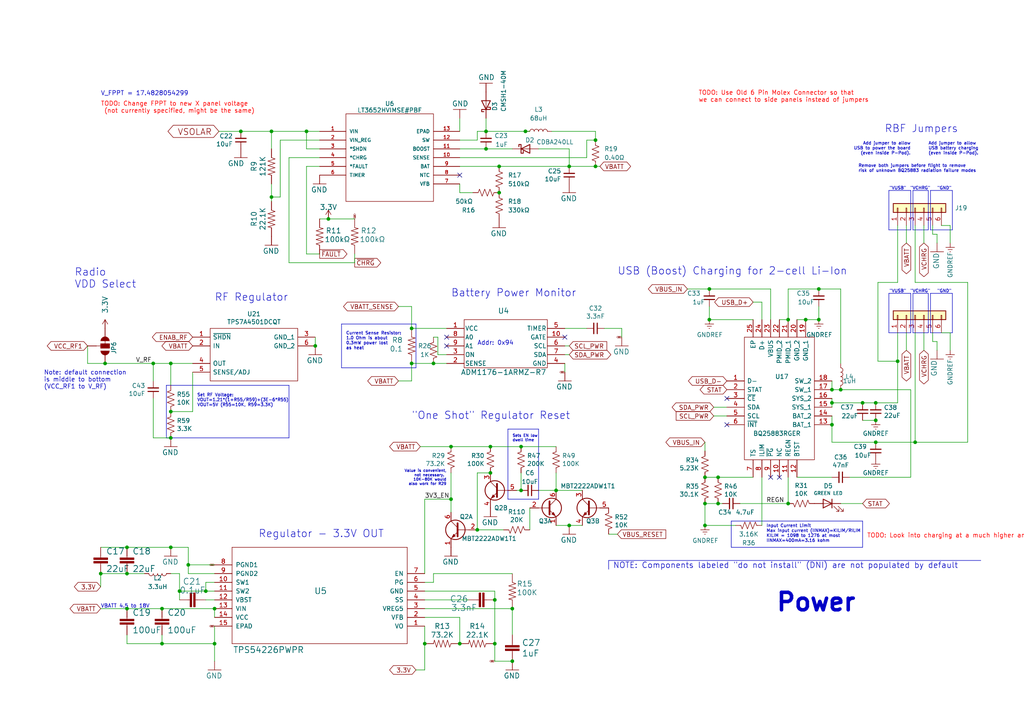
<source format=kicad_sch>
(kicad_sch (version 20230121) (generator eeschema)
  (paper "A4")
  (title_block (title "PyCubed Mainboard") (date "2021-06-09") (rev "v05c") (company "Max Holliday"))
  (junction (at 142.24 129.54))
  (junction (at 140.97 38.1))
  (junction (at 237.49 83.82))
  (junction (at 36.83 166.37))
  (junction (at 54.61 163.83))
  (junction (at 49.53 105.41))
  (junction (at 125.73 105.41))
  (junction (at 172.72 48.26))
  (junction (at 254 116.84))
  (junction (at 130.81 144.78))
  (junction (at 144.78 48.26))
  (junction (at 78.74 38.1))
  (junction (at 151.13 142.24))
  (junction (at 133.35 186.69))
  (junction (at 151.13 129.54))
  (junction (at 52.07 171.45))
  (junction (at 208.28 138.43))
  (junction (at 254 128.27))
  (junction (at 237.49 92.71))
  (junction (at 254 121.92))
  (junction (at 205.74 92.71))
  (junction (at 204.47 146.05))
  (junction (at 205.74 83.82))
  (junction (at 49.53 127))
  (junction (at 144.78 55.88))
  (junction (at 46.99 176.53))
  (junction (at 140.97 43.18))
  (junction (at 119.38 95.25))
  (junction (at 62.23 186.69))
  (junction (at 241.3 116.84))
  (junction (at 165.1 152.4))
  (junction (at 143.51 173.99))
  (junction (at 148.59 176.53))
  (junction (at 130.81 129.54))
  (junction (at 62.23 176.53))
  (junction (at 241.3 123.19))
  (junction (at 204.47 152.4))
  (junction (at 142.24 137.16))
  (junction (at 243.84 113.03))
  (junction (at 148.59 191.77))
  (junction (at 250.19 116.84))
  (junction (at 91.44 100.33))
  (junction (at 228.6 92.71))
  (junction (at 119.38 105.41))
  (junction (at 30.48 105.41))
  (junction (at 78.74 57.15))
  (junction (at 228.6 146.05))
  (junction (at 49.53 158.75))
  (junction (at 123.19 186.69))
  (junction (at 95.25 63.5))
  (junction (at 69.85 38.1))
  (junction (at 204.47 138.43))
  (junction (at 165.1 48.26))
  (junction (at 36.83 176.53))
  (junction (at 172.72 40.64))
  (junction (at 265.43 128.27))
  (junction (at 44.45 105.41))
  (junction (at 161.29 142.24))
  (junction (at 29.21 166.37))
  (junction (at 233.68 92.71))
  (junction (at 260.35 104.775))
  (junction (at 36.83 158.75))
  (junction (at 88.9 38.1))
  (junction (at 59.69 171.45))
  (junction (at 241.3 113.03))
  (junction (at 46.99 186.69))
  (junction (at 152.4 38.1))
  (junction (at 138.43 153.67))
  (junction (at 49.53 119.38))
  (junction (at 143.51 186.69))
  (junction (at 208.28 146.05))
  (no_connect (at 210.82 115.57))
  (no_connect (at 133.35 50.8))
  (no_connect (at 163.83 97.79))
  (no_connect (at 129.54 100.33))
  (no_connect (at 210.82 123.19))
  (no_connect (at 129.54 97.79))
  (no_connect (at 223.52 138.43))
  (no_connect (at 226.06 138.43))
  (wire (pts (xy 148.59 176.53) (xy 148.59 184.15)))
  (polyline (pts (xy 269.875 55.245) (xy 269.875 66.675)))
  (wire (pts (xy 168.91 152.4) (xy 165.1 152.4)))
  (wire (pts (xy 78.74 38.1) (xy 88.9 38.1)))
  (wire (pts (xy 273.05 96.52) (xy 275.59 96.52)))
  (wire (pts (xy 125.73 168.91) (xy 123.19 168.91)))
  (wire (pts (xy 264.16 113.03) (xy 264.16 138.43)))
  (wire (pts (xy 133.35 40.64) (xy 138.43 40.64)))
  (wire (pts (xy 138.43 153.67) (xy 138.43 137.16)))
  (polyline (pts (xy 276.225 66.675) (xy 269.875 66.675)))
  (wire (pts (xy 156.21 142.24) (xy 161.29 142.24)))
  (wire (pts (xy 49.53 105.41) (xy 55.88 105.41)))
  (wire (pts (xy 179.07 154.94) (xy 176.53 154.94)))
  (wire (pts (xy 204.47 128.27) (xy 204.47 130.81)))
  (polyline (pts (xy 257.81 55.245) (xy 257.81 66.675)))
  (wire (pts (xy 95.25 63.5) (xy 92.71 63.5)))
  (wire (pts (xy 275.59 96.52) (xy 275.59 101.6)))
  (polyline (pts (xy 269.24 55.245) (xy 269.24 66.675)))
  (wire (pts (xy 121.92 129.54) (xy 130.81 129.54)))
  (wire (pts (xy 44.45 127) (xy 49.53 127)))
  (wire (pts (xy 95.25 63.5) (xy 102.87 63.5)))
  (wire (pts (xy 254.635 104.775) (xy 260.35 104.775)))
  (polyline (pts (xy 269.24 66.675) (xy 264.795 66.675)))
  (wire (pts (xy 250.19 121.92) (xy 254 121.92)))
  (wire (pts (xy 140.97 38.1) (xy 152.4 38.1)))
  (wire (pts (xy 36.83 186.69) (xy 36.83 184.15)))
  (wire (pts (xy 133.35 45.72) (xy 170.18 45.72)))
  (wire (pts (xy 220.98 87.63) (xy 220.98 92.71)))
  (wire (pts (xy 125.73 105.41) (xy 129.54 105.41)))
  (wire (pts (xy 265.43 81.915) (xy 280.67 81.915)))
  (wire (pts (xy 241.3 120.65) (xy 241.3 123.19)))
  (polyline (pts (xy 264.16 85.09) (xy 257.81 85.09)))
  (wire (pts (xy 163.83 95.25) (xy 170.18 95.25)))
  (wire (pts (xy 218.44 87.63) (xy 220.98 87.63)))
  (polyline (pts (xy 156.21 144.78) (xy 147.32 144.78)))
  (wire (pts (xy 243.84 146.05) (xy 250.19 146.05)))
  (wire (pts (xy 165.1 102.87) (xy 163.83 102.87)))
  (wire (pts (xy 46.99 186.69) (xy 62.23 186.69)))
  (wire (pts (xy 133.35 34.29) (xy 133.35 38.1)))
  (wire (pts (xy 69.85 38.1) (xy 78.74 38.1)))
  (wire (pts (xy 165.1 100.33) (xy 163.83 100.33)))
  (wire (pts (xy 260.35 116.84) (xy 260.35 104.775)))
  (polyline (pts (xy 257.81 66.675) (xy 264.16 66.675)))
  (wire (pts (xy 123.19 166.37) (xy 123.19 144.78)))
  (wire (pts (xy 151.13 129.54) (xy 161.29 129.54)))
  (wire (pts (xy 123.19 186.69) (xy 123.19 194.31)))
  (wire (pts (xy 78.74 53.34) (xy 78.74 57.15)))
  (polyline (pts (xy 176.53 165.1) (xy 176.53 162.56)))
  (wire (pts (xy 210.82 118.11) (xy 207.01 118.11)))
  (wire (pts (xy 271.78 67.945) (xy 271.78 70.485)))
  (wire (pts (xy 54.61 158.75) (xy 54.61 163.83)))
  (wire (pts (xy 273.05 65.405) (xy 275.59 65.405)))
  (wire (pts (xy 231.14 92.71) (xy 233.68 92.71)))
  (wire (pts (xy 228.6 83.82) (xy 228.6 92.71)))
  (wire (pts (xy 170.18 40.64) (xy 172.72 40.64)))
  (wire (pts (xy 46.99 186.69) (xy 46.99 184.15)))
  (polyline (pts (xy 276.225 55.245) (xy 269.875 55.245)))
  (wire (pts (xy 130.81 129.54) (xy 142.24 129.54)))
  (wire (pts (xy 151.13 137.16) (xy 151.13 142.24)))
  (wire (pts (xy 83.82 45.72) (xy 92.71 45.72)))
  (polyline (pts (xy 48.26 111.76) (xy 48.26 127)))
  (wire (pts (xy 241.3 128.27) (xy 241.3 123.19)))
  (polyline (pts (xy 264.16 66.675) (xy 264.16 55.245)))
  (wire (pts (xy 78.74 57.15) (xy 78.74 58.42)))
  (wire (pts (xy 204.47 152.4) (xy 213.36 152.4)))
  (wire (pts (xy 36.83 158.75) (xy 49.53 158.75)))
  (wire (pts (xy 59.69 171.45) (xy 59.69 168.91)))
  (wire (pts (xy 130.81 144.78) (xy 130.81 148.59)))
  (wire (pts (xy 62.23 186.69) (xy 62.23 191.77)))
  (wire (pts (xy 63.5 38.1) (xy 69.85 38.1)))
  (polyline (pts (xy 147.32 144.78) (xy 147.32 124.46)))
  (wire (pts (xy 226.06 92.71) (xy 228.6 92.71)))
  (wire (pts (xy 138.43 137.16) (xy 142.24 137.16)))
  (wire (pts (xy 52.07 171.45) (xy 52.07 166.37)))
  (wire (pts (xy 62.23 181.61) (xy 62.23 186.69)))
  (wire (pts (xy 254 128.27) (xy 241.3 128.27)))
  (polyline (pts (xy 276.225 66.675) (xy 276.225 55.245)))
  (wire (pts (xy 62.23 173.99) (xy 59.69 173.99)))
  (wire (pts (xy 44.45 115.57) (xy 44.45 127)))
  (wire (pts (xy 49.53 158.75) (xy 54.61 158.75)))
  (wire (pts (xy 209.55 146.05) (xy 208.28 146.05)))
  (wire (pts (xy 210.82 120.65) (xy 207.01 120.65)))
  (polyline (pts (xy 120.65 106.68) (xy 99.06 106.68)))
  (wire (pts (xy 243.84 105.41) (xy 243.84 83.82)))
  (wire (pts (xy 143.51 173.99) (xy 143.51 186.69)))
  (wire (pts (xy 30.48 105.41) (xy 25.4 105.41)))
  (wire (pts (xy 265.43 65.405) (xy 265.43 81.915)))
  (wire (pts (xy 243.84 83.82) (xy 237.49 83.82)))
  (wire (pts (xy 29.21 166.37) (xy 36.83 166.37)))
  (wire (pts (xy 168.91 142.24) (xy 161.29 142.24)))
  (wire (pts (xy 250.19 116.84) (xy 241.3 116.84)))
  (wire (pts (xy 83.82 76.2) (xy 83.82 45.72)))
  (wire (pts (xy 208.28 146.05) (xy 204.47 146.05)))
  (wire (pts (xy 49.53 111.76) (xy 49.53 105.41)))
  (polyline (pts (xy 276.225 96.52) (xy 276.225 85.09)))
  (wire (pts (xy 127 102.87) (xy 129.54 102.87)))
  (wire (pts (xy 102.87 76.2) (xy 83.82 76.2)))
  (wire (pts (xy 78.74 38.1) (xy 78.74 43.18)))
  (wire (pts (xy 123.19 181.61) (xy 123.19 186.69)))
  (wire (pts (xy 88.9 48.26) (xy 92.71 48.26)))
  (polyline (pts (xy 212.09 151.13) (xy 212.09 158.75)))
  (wire (pts (xy 260.35 65.405) (xy 260.35 81.915)))
  (wire (pts (xy 218.44 138.43) (xy 208.28 138.43)))
  (wire (pts (xy 153.67 153.67) (xy 153.67 147.32)))
  (polyline (pts (xy 120.65 93.98) (xy 120.65 106.68)))
  (polyline (pts (xy 83.82 127) (xy 83.82 111.76)))
  (wire (pts (xy 233.68 92.71) (xy 237.49 92.71)))
  (wire (pts (xy 260.35 81.915) (xy 254.635 81.915)))
  (wire (pts (xy 62.23 168.91) (xy 59.69 168.91)))
  (wire (pts (xy 237.49 88.9) (xy 237.49 92.71)))
  (wire (pts (xy 254 116.84) (xy 250.19 116.84)))
  (wire (pts (xy 119.38 105.41) (xy 119.38 110.49)))
  (wire (pts (xy 241.3 110.49) (xy 241.3 113.03)))
  (wire (pts (xy 52.07 173.99) (xy 52.07 171.45)))
  (polyline (pts (xy 264.795 96.52) (xy 264.795 85.09)))
  (wire (pts (xy 49.53 166.37) (xy 52.07 166.37)))
  (wire (pts (xy 29.21 158.75) (xy 36.83 158.75)))
  (wire (pts (xy 115.57 110.49) (xy 119.38 110.49)))
  (wire (pts (xy 165.1 152.4) (xy 161.29 152.4)))
  (wire (pts (xy 44.45 110.49) (xy 44.45 105.41)))
  (wire (pts (xy 138.43 38.1) (xy 140.97 38.1)))
  (wire (pts (xy 241.3 115.57) (xy 241.3 116.84)))
  (wire (pts (xy 163.83 107.95) (xy 163.83 105.41)))
  (wire (pts (xy 270.51 96.52) (xy 270.51 99.06)))
  (polyline (pts (xy 250.19 151.13) (xy 212.09 151.13)))
  (wire (pts (xy 208.28 138.43) (xy 204.47 138.43)))
  (polyline (pts (xy 99.06 93.98) (xy 120.65 93.98)))
  (wire (pts (xy 44.45 105.41) (xy 49.53 105.41)))
  (wire (pts (xy 123.19 171.45) (xy 143.51 171.45)))
  (wire (pts (xy 165.1 43.18) (xy 165.1 48.26)))
  (wire (pts (xy 237.49 83.82) (xy 228.6 83.82)))
  (wire (pts (xy 115.57 88.9) (xy 119.38 88.9)))
  (polyline (pts (xy 212.09 158.75) (xy 250.19 158.75)))
  (wire (pts (xy 153.67 38.1) (xy 152.4 38.1)))
  (wire (pts (xy 270.51 99.06) (xy 271.78 99.06)))
  (wire (pts (xy 148.59 166.37) (xy 125.73 166.37)))
  (wire (pts (xy 223.52 83.82) (xy 205.74 83.82)))
  (wire (pts (xy 119.38 95.25) (xy 119.38 88.9)))
  (wire (pts (xy 223.52 92.71) (xy 223.52 83.82)))
  (wire (pts (xy 262.89 70.485) (xy 262.89 65.405)))
  (wire (pts (xy 54.61 166.37) (xy 62.23 166.37)))
  (wire (pts (xy 133.35 179.07) (xy 133.35 186.69)))
  (wire (pts (xy 29.21 170.18) (xy 29.21 166.37)))
  (wire (pts (xy 78.74 57.15) (xy 81.28 57.15)))
  (wire (pts (xy 254 116.84) (xy 260.35 116.84)))
  (wire (pts (xy 241.3 138.43) (xy 231.14 138.43)))
  (wire (pts (xy 241.3 116.84) (xy 241.3 118.11)))
  (polyline (pts (xy 257.81 85.09) (xy 257.81 96.52)))
  (wire (pts (xy 30.48 105.41) (xy 44.45 105.41)))
  (wire (pts (xy 88.9 48.26) (xy 88.9 73.66)))
  (wire (pts (xy 25.4 105.41) (xy 25.4 100.33)))
  (wire (pts (xy 123.19 176.53) (xy 148.59 176.53)))
  (polyline (pts (xy 48.26 127) (xy 83.82 127)))
  (wire (pts (xy 254 128.27) (xy 265.43 128.27)))
  (wire (pts (xy 119.38 105.41) (xy 125.73 105.41)))
  (polyline (pts (xy 269.24 85.09) (xy 269.24 96.52)))
  (wire (pts (xy 180.34 97.79) (xy 180.34 95.25)))
  (wire (pts (xy 143.51 191.77) (xy 148.59 191.77)))
  (wire (pts (xy 91.44 100.33) (xy 91.44 97.79)))
  (wire (pts (xy 130.81 137.16) (xy 130.81 144.78)))
  (polyline (pts (xy 257.81 96.52) (xy 264.16 96.52)))
  (wire (pts (xy 220.98 152.4) (xy 220.98 138.43)))
  (wire (pts (xy 205.74 83.82) (xy 199.39 83.82)))
  (wire (pts (xy 144.78 48.26) (xy 165.1 48.26)))
  (wire (pts (xy 123.19 173.99) (xy 135.89 173.99)))
  (wire (pts (xy 260.35 104.775) (xy 260.35 96.52)))
  (wire (pts (xy 102.87 76.2) (xy 102.87 73.66)))
  (wire (pts (xy 36.83 176.53) (xy 46.99 176.53)))
  (wire (pts (xy 172.72 38.1) (xy 172.72 40.64)))
  (wire (pts (xy 180.34 95.25) (xy 175.26 95.25)))
  (wire (pts (xy 123.19 194.31) (xy 120.65 194.31)))
  (wire (pts (xy 267.97 70.485) (xy 267.97 65.405)))
  (wire (pts (xy 280.67 81.915) (xy 280.67 128.27)))
  (wire (pts (xy 205.74 88.9) (xy 205.74 92.71)))
  (wire (pts (xy 280.67 128.27) (xy 265.43 128.27)))
  (wire (pts (xy 170.18 45.72) (xy 170.18 40.64)))
  (wire (pts (xy 143.51 171.45) (xy 143.51 173.99)))
  (polyline (pts (xy 264.795 55.245) (xy 269.24 55.245)))
  (wire (pts (xy 123.19 179.07) (xy 133.35 179.07)))
  (wire (pts (xy 271.78 99.06) (xy 271.78 101.6)))
  (wire (pts (xy 243.84 113.03) (xy 264.16 113.03)))
  (polyline (pts (xy 276.225 85.09) (xy 269.875 85.09)))
  (polyline (pts (xy 156.21 144.78) (xy 156.21 124.46)))
  (wire (pts (xy 127 102.87) (xy 127 97.79)))
  (wire (pts (xy 228.6 138.43) (xy 228.6 146.05)))
  (wire (pts (xy 146.05 153.67) (xy 138.43 153.67)))
  (wire (pts (xy 46.99 176.53) (xy 62.23 176.53)))
  (wire (pts (xy 204.47 146.05) (xy 204.47 152.4)))
  (wire (pts (xy 133.35 55.88) (xy 137.16 55.88)))
  (wire (pts (xy 270.51 67.945) (xy 271.78 67.945)))
  (polyline (pts (xy 176.53 162.56) (xy 284.48 162.56)))
  (wire (pts (xy 62.23 179.07) (xy 62.23 176.53)))
  (wire (pts (xy 262.89 101.6) (xy 262.89 96.52)))
  (polyline (pts (xy 276.225 96.52) (xy 269.875 96.52)))
  (wire (pts (xy 165.1 48.26) (xy 172.72 48.26)))
  (wire (pts (xy 142.24 129.54) (xy 151.13 129.54)))
  (wire (pts (xy 275.59 65.405) (xy 275.59 70.485)))
  (polyline (pts (xy 99.06 106.68) (xy 99.06 93.98)))
  (wire (pts (xy 54.61 163.83) (xy 54.61 166.37)))
  (wire (pts (xy 36.83 166.37) (xy 41.91 166.37)))
  (wire (pts (xy 62.23 171.45) (xy 59.69 171.45)))
  (wire (pts (xy 81.28 57.15) (xy 81.28 40.64)))
  (wire (pts (xy 133.35 48.26) (xy 144.78 48.26)))
  (polyline (pts (xy 83.82 111.76) (xy 48.26 111.76)))
  (wire (pts (xy 81.28 40.64) (xy 92.71 40.64)))
  (polyline (pts (xy 269.24 96.52) (xy 264.795 96.52)))
  (wire (pts (xy 88.9 43.18) (xy 92.71 43.18)))
  (wire (pts (xy 172.72 48.26) (xy 173.99 48.26)))
  (wire (pts (xy 241.3 113.03) (xy 243.84 113.03)))
  (wire (pts (xy 143.51 191.77) (xy 143.51 186.69)))
  (wire (pts (xy 148.59 43.18) (xy 140.97 43.18)))
  (wire (pts (xy 149.86 142.24) (xy 151.13 142.24)))
  (polyline (pts (xy 269.875 85.09) (xy 269.875 96.52)))
  (polyline (pts (xy 156.21 124.46) (xy 147.32 124.46)))
  (wire (pts (xy 36.83 186.69) (xy 46.99 186.69)))
  (wire (pts (xy 161.29 137.16) (xy 161.29 142.24)))
  (wire (pts (xy 140.97 34.29) (xy 140.97 38.1)))
  (wire (pts (xy 270.51 65.405) (xy 270.51 67.945)))
  (wire (pts (xy 246.38 138.43) (xy 264.16 138.43)))
  (wire (pts (xy 267.97 101.6) (xy 267.97 96.52)))
  (wire (pts (xy 88.9 38.1) (xy 88.9 43.18)))
  (wire (pts (xy 88.9 73.66) (xy 92.71 73.66)))
  (wire (pts (xy 254.635 81.915) (xy 254.635 104.775)))
  (polyline (pts (xy 264.16 96.52) (xy 264.16 85.09)))
  (polyline (pts (xy 250.19 158.75) (xy 250.19 151.13)))
  (wire (pts (xy 138.43 40.64) (xy 138.43 38.1)))
  (wire (pts (xy 133.35 53.34) (xy 133.35 55.88)))
  (wire (pts (xy 205.74 92.71) (xy 218.44 92.71)))
  (wire (pts (xy 156.21 43.18) (xy 165.1 43.18)))
  (wire (pts (xy 88.9 38.1) (xy 92.71 38.1)))
  (wire (pts (xy 119.38 95.25) (xy 129.54 95.25)))
  (wire (pts (xy 127 97.79) (xy 125.73 97.79)))
  (wire (pts (xy 55.88 119.38) (xy 55.88 107.95)))
  (wire (pts (xy 123.19 144.78) (xy 130.81 144.78)))
  (wire (pts (xy 62.23 163.83) (xy 54.61 163.83)))
  (polyline (pts (xy 264.16 55.245) (xy 257.81 55.245)))
  (wire (pts (xy 59.69 171.45) (xy 52.07 171.45)))
  (wire (pts (xy 214.63 146.05) (xy 228.6 146.05)))
  (wire (pts (xy 36.83 176.53) (xy 29.21 176.53)))
  (wire (pts (xy 133.35 43.18) (xy 140.97 43.18)))
  (wire (pts (xy 265.43 128.27) (xy 265.43 96.52)))
  (wire (pts (xy 49.53 119.38) (xy 55.88 119.38)))
  (wire (pts (xy 125.73 166.37) (xy 125.73 168.91)))
  (wire (pts (xy 160.02 38.1) (xy 172.72 38.1)))
  (polyline (pts (xy 264.795 66.675) (xy 264.795 55.245)))
  (polyline (pts (xy 264.795 85.09) (xy 269.24 85.09)))
  (text "Addr: 0x94" (at 138.43 100.33 0) (effects (font (size 1.27 1.27)) (justify left bottom)))
  (text "USB (Boost) Charging for 2-cell Li-Ion" (at 179.07 80.01 0) (effects (font (size 2.159 2.159)) (justify left bottom)))
  (text "Input Current Limit\nMax input current (IINMAX)=KILIM/RILIM\nKILIM = 1098 to 1276 at most\nIINMAX=400mA=3.16 kohm" (at 222.25 157.48 0) (effects (font (size 0.889 0.889)) (justify left bottom)))
  (text "Power" (at 224.79 177.8 0) (effects (font (size 5.08 5.08) (thickness 1.016) bold) (justify left bottom)))
  (text "\"VUSB\"" (at 262.89 85.09 0) (effects (font (size 0.889 0.889)) (justify right bottom)))
  (text "\"One Shot\" Regulator Reset" (at 119.38 121.92 0) (effects (font (size 2.159 2.159)) (justify left bottom)))
  (text "Remove both jumpers before flight to remove\nrisk of unknown BQ25883 radiation failure modes\n" (at 248.92 50.165 0) (effects (font (size 0.889 0.889)) (justify left bottom)))
  (text "Radio\nVDD Select" (at 21.59 83.82 0) (effects (font (size 2.159 2.159)) (justify left bottom)))
  (text "\"VUSB\"" (at 262.89 55.245 0) (effects (font (size 0.889 0.889)) (justify right bottom)))
  (text "TODO: Use Old 6 Pin Molex Connector so that \nwe can connect to side panels instead of jumpers\n" (at 202.565 29.845 0) (effects (font (size 1.27 1.27)) (justify left bottom)))
  (text "Battery Power Monitor" (at 130.81 86.36 0) (effects (font (size 2.159 2.159)) (justify left bottom)))
  (text "VBATT 4.5 to 18V" (at 29.21 176.53 0) (effects (font (size 1.0668 1.0668)) (justify left bottom)))
  (text "RF Regulator" (at 62.23 87.63 0) (effects (font (size 2.159 2.159)) (justify left bottom)))
  (text "Current Sense Resistor:\n1.0 Ohm is about \n0.3mW power lost\nas heat" (at 100.33 101.6 0) (effects (font (size 0.889 0.889)) (justify left bottom)))
  (text "Value is convenient,\nnot necessary. \n10K-80K would\nalso work for R29" (at 129.54 140.97 0) (effects (font (size 0.7874 0.7874)) (justify right bottom)))
  (text "TODO: Look into charging at a much higher ampage" (at 251.46 156.21 0) (effects (font (size 1.27 1.27)) (justify left bottom)))
  (text "TODO: Change FPPT to new X panel voltage\n (not currently specified, might be the same)" (at 29.21 33.02 0) (effects (font (size 1.27 1.27)) (justify left bottom)))
  (text "V_FPPT = 17.4828054299" (at 29.21 27.94 0) (effects (font (size 1.27 1.27)) (justify left bottom)))
  (text "Add jumper to allow\nUSB to power the board\n(even inside P-Pod).\n" (at 264.16 45.085 0) (effects (font (size 0.889 0.889)) (justify right bottom)))
  (text "Note: default connection \nis middle to bottom \n(VCC_RF1 to V_RF)" (at 12.7 113.03 0) (effects (font (size 1.27 1.27)) (justify left bottom)))
  (text "\"VCHRG\"" (at 269.875 85.09 0) (effects (font (size 0.889 0.889)) (justify right bottom)))
  (text "\"GND\"" (at 271.78 85.09 0) (effects (font (size 0.889 0.889)) (justify left bottom)))
  (text "Regulator - 3.3V OUT" (at 74.93 156.21 0) (effects (font (size 2.159 2.159)) (justify left bottom)))
  (text "Set RF Voltage:\nVOUT=1.21*(1+R55/R59)+(3E-6*R55)\nVOUT=5V (R55=10K, R59=3.3K)\n" (at 57.15 118.11 0) (effects (font (size 0.889 0.889)) (justify left bottom)))
  (text "NOTE: Components labeled \"do not install\" (DNI) are not populated by default" (at 177.8 165.1 0) (effects (font (size 1.651 1.651)) (justify left bottom)))
  (text "\"GND\"" (at 271.78 55.245 0) (effects (font (size 0.889 0.889)) (justify left bottom)))
  (text "RBF Jumpers" (at 256.54 38.735 0) (effects (font (size 2.159 2.159)) (justify left bottom)))
  (text "Add jumper to allow\nUSB battery charging\n(even inside P-Pod).\n" (at 269.24 45.085 0) (effects (font (size 0.889 0.889)) (justify left bottom)))
  (text "\"VCHRG\"" (at 269.875 55.245 0) (effects (font (size 0.889 0.889)) (justify right bottom)))
  (text "Sets EN low\ndwell time" (at 148.59 128.27 0) (effects (font (size 0.7874 0.7874)) (justify left bottom)))
  (label "3V3_EN" (at 123.19 144.78 0))
  (label "REGN" (at 222.25 146.05 0))
  (label "V_RF" (at 39.37 105.41 0))
  (global_label "GND" (shape bidirectional) (at 62.23 181.61 180) (effects (font (size 0.254 0.254))) (property "Intersheetrefs" "${INTERSHEET_REFS}" (effects hide)))
  (global_label "VBUS_IN" (shape bidirectional) (at 199.39 83.82 180) (property "Intersheetrefs" "${INTERSHEET_REFS}" (effects hide)))
  (global_label "3.3V" (shape bidirectional) (at 29.21 170.18 180) (property "Intersheetrefs" "${INTERSHEET_REFS}" (effects hide)))
  (global_label "ENAB_RF" (shape bidirectional) (at 55.88 97.79 180) (property "Intersheetrefs" "${INTERSHEET_REFS}" (effects hide)))
  (global_label "SDA_PWR" (shape bidirectional) (at 165.1 102.87 0) (property "Intersheetrefs" "${INTERSHEET_REFS}" (effects hide)))
  (global_label "VBATT" (shape bidirectional) (at 262.89 70.485 270) (property "Intersheetrefs" "${INTERSHEET_REFS}" (effects hide)))
  (global_label "VBATT" (shape bidirectional) (at 173.99 48.26 0) (property "Intersheetrefs" "${INTERSHEET_REFS}" (effects hide)))
  (global_label "VBATT" (shape bidirectional) (at 121.92 129.54 180) (property "Intersheetrefs" "${INTERSHEET_REFS}" (effects hide)))
  (global_label "VBATT" (shape bidirectional) (at 29.21 176.53 180) (property "Intersheetrefs" "${INTERSHEET_REFS}" (effects hide)))
  (global_label "GND" (shape bidirectional) (at 163.83 107.95 180) (effects (font (size 0.254 0.254))) (property "Intersheetrefs" "${INTERSHEET_REFS}" (effects hide)))
  (global_label "STAT" (shape bidirectional) (at 210.82 113.03 180) (property "Intersheetrefs" "${INTERSHEET_REFS}" (effects hide)))
  (global_label "~{FAULT}" (shape output) (at 92.71 73.66 0) (property "Intersheetrefs" "${INTERSHEET_REFS}" (effects hide)))
  (global_label "SDA_PWR" (shape bidirectional) (at 207.01 118.11 180) (property "Intersheetrefs" "${INTERSHEET_REFS}" (effects hide)))
  (global_label "VBUS_RESET" (shape input) (at 179.07 154.94 0) (property "Intersheetrefs" "${INTERSHEET_REFS}" (effects hide)))
  (global_label "USB_D+" (shape bidirectional) (at 218.44 87.63 180) (property "Intersheetrefs" "${INTERSHEET_REFS}" (effects hide)))
  (global_label "SCL_PWR" (shape input) (at 207.01 120.65 180) (property "Intersheetrefs" "${INTERSHEET_REFS}" (effects hide)))
  (global_label "VSOLAR" (shape bidirectional) (at 63.5 38.1 180) (effects (font (size 1.778 1.778))) (property "Intersheetrefs" "${INTERSHEET_REFS}" (effects hide)))
  (global_label "VBATT_SENSE" (shape bidirectional) (at 115.57 88.9 180) (property "Intersheetrefs" "${INTERSHEET_REFS}" (effects hide)))
  (global_label "GND" (shape bidirectional) (at 143.51 191.77 180) (effects (font (size 0.254 0.254))) (property "Intersheetrefs" "${INTERSHEET_REFS}" (effects hide)))
  (global_label "VBATT" (shape bidirectional) (at 262.89 101.6 270) (property "Intersheetrefs" "${INTERSHEET_REFS}" (effects hide)))
  (global_label "VBATT" (shape bidirectional) (at 55.88 100.33 180) (property "Intersheetrefs" "${INTERSHEET_REFS}" (effects hide)))
  (global_label "VBUS_IN" (shape bidirectional) (at 204.47 128.27 180) (property "Intersheetrefs" "${INTERSHEET_REFS}" (effects hide)))
  (global_label "USB_D-" (shape bidirectional) (at 210.82 110.49 180) (property "Intersheetrefs" "${INTERSHEET_REFS}" (effects hide)))
  (global_label "GND" (shape bidirectional) (at 180.34 97.79 180) (effects (font (size 0.254 0.254))) (property "Intersheetrefs" "${INTERSHEET_REFS}" (effects hide)))
  (global_label "VCHRG" (shape bidirectional) (at 267.97 101.6 270) (property "Intersheetrefs" "${INTERSHEET_REFS}" (effects hide)))
  (global_label "VCC_RF1" (shape bidirectional) (at 25.4 100.33 180) (property "Intersheetrefs" "${INTERSHEET_REFS}" (effects hide)))
  (global_label "SCL_PWR" (shape input) (at 165.1 100.33 0) (property "Intersheetrefs" "${INTERSHEET_REFS}" (effects hide)))
  (global_label "VBATT" (shape bidirectional) (at 115.57 110.49 180) (property "Intersheetrefs" "${INTERSHEET_REFS}" (effects hide)))
  (global_label "STAT" (shape bidirectional) (at 250.19 146.05 0) (property "Intersheetrefs" "${INTERSHEET_REFS}" (effects hide)))
  (global_label "VCHRG" (shape bidirectional) (at 267.97 70.485 270) (property "Intersheetrefs" "${INTERSHEET_REFS}" (effects hide)))
  (global_label "GND" (shape bidirectional) (at 62.23 163.83 180) (effects (font (size 0.254 0.254))) (property "Intersheetrefs" "${INTERSHEET_REFS}" (effects hide)))
  (global_label "3.3V" (shape bidirectional) (at 102.87 63.5 90) (effects (font (size 0.254 0.254))) (property "Intersheetrefs" "${INTERSHEET_REFS}" (effects hide)))
  (global_label "~{CHRG}" (shape output) (at 102.87 76.2 0) (property "Intersheetrefs" "${INTERSHEET_REFS}" (effects hide)))
  (global_label "3.3V" (shape bidirectional) (at 120.65 194.31 180) (property "Intersheetrefs" "${INTERSHEET_REFS}" (effects hide)))
  (symbol (lib_id "mainboard:1.0UF-0603-16V-10%") (at 57.15 173.99 90) (unit 1)
    (property "Reference" "C21" (at 58.42 167.64 90) (effects (font (size 1.778 1.778)) (justify left bottom)))
    (property "Value" "0.1uF" (at 59.69 170.18 90) (effects (font (size 1.778 1.778)) (justify left bottom)))
    (property "Footprint" "Capacitor_SMD:C_0603_1608Metric" (effects hide))
    (property "Description" "0.1uF +-10% 50V X7R 0603" (effects hide))
  )
  (symbol (lib_id "mainboard:R-US_R0603") (at 138.43 186.69 180) (unit 1)
    (property "Reference" "R14" (at 138.43 181.61 0) (effects (font (size 1.4986 1.4986))))
    (property "Value" "22.1K" (at 138.43 184.15 0) (effects (font (size 1.4986 1.4986))))
    (property "Footprint" "Resistor_SMD:R_0603_1608Metric" (effects hide))
    (property "Description" "22.1K 0603" (effects hide))
  )
  (symbol (lib_id "mainboard:R-US_R2512") (at 119.38 100.33 90) (unit 1)
    (property "Reference" "R8" (at 116.84 97.79 90) (effects (font (size 1.4986 1.4986)) (justify left bottom)))
    (property "Value" "0.1" (at 116.84 100.33 90) (effects (font (size 1.4986 1.4986)) (justify left bottom)))
    (property "Footprint" "Resistor_SMD:R_2512_6332Metric" (effects hide))
    (property "Description" "0.1 1% 2W 2512" (effects hide))
  )
  (symbol (lib_id "mainboard:1.0UF-0603-16V-10%") (at 148.59 189.23 0) (unit 1)
    (property "Reference" "C27" (at 151.3332 186.4106 0) (effects (font (size 1.778 1.778)) (justify left)))
    (property "Value" "1uF" (at 151.3332 189.484 0) (effects (font (size 1.778 1.778)) (justify left)))
    (property "Footprint" "Capacitor_SMD:C_0603_1608Metric" (effects hide))
    (property "Description" "1uF 0603 X7R" (effects hide))
  )
  (symbol (lib_id "mainboard:22UF-0805-6.3V-20%") (at 29.21 163.83 0) (unit 1)
    (property "Reference" "C17" (at 30.734 160.909 0) (effects (font (size 1.778 1.778)) (justify left bottom)))
    (property "Value" "22uF" (at 30.734 165.989 0) (effects (font (size 1.778 1.778)) (justify left bottom)))
    (property "Footprint" "Capacitor_SMD:C_0603_1608Metric" (effects hide))
    (property "Description" "22uF +-20% 10V X5R" (effects hide))
  )
  (symbol (lib_id "mainboard:R-US_R0603") (at 148.59 171.45 270) (unit 1)
    (property "Reference" "R15" (at 149.86 170.18 90) (effects (font (size 1.4986 1.4986)) (justify left bottom)))
    (property "Value" "100K" (at 149.86 172.72 90) (effects (font (size 1.4986 1.4986)) (justify left bottom)))
    (property "Footprint" "Resistor_SMD:R_0603_1608Metric" (effects hide))
    (property "Description" "100K 0603" (effects hide))
  )
  (symbol (lib_id "Device:L") (at 45.72 166.37 270) (unit 1)
    (property "Reference" "L2" (at 45.72 167.64 90))
    (property "Value" "3.3uH" (at 45.72 170.18 90))
    (property "Footprint" "mainboard:L_2141" (effects hide))
    (property "Datasheet" "https://datasheet.lcsc.com/lcsc/2009171412_TAI-TECH-HPC5040NF-3R3MTH_C304367.pdf" (effects hide))
    (property "Description" "3.3uH Shielded Inductor" (effects hide))
    (property "Flight" "SPM5030T-3R3M-HZ" (effects hide))
    (property "Manufacturer_Name" "TAI-TECH" (effects hide))
    (property "Manufacturer_Part_Number" "HPC5040NF-3R3MTH" (effects hide))
    (property "Proto" "HPC5040NF-3R3MTH" (effects hide))
  )
  (symbol (lib_id "power:GNDREF") (at 237.49 92.71 0) (unit 1)
    (property "Reference" "#PWR0102" (effects hide))
    (property "Value" "GNDREF" (at 237.617 97.1042 0))
  )
  (symbol (lib_id "power:GNDREF") (at 205.74 92.71 0) (unit 1)
    (property "Reference" "#PWR0103" (effects hide))
    (property "Value" "GNDREF" (at 205.867 97.1042 0))
  )
  (symbol (lib_id "Device:C_Small") (at 243.84 138.43 270) (unit 1)
    (property "Reference" "C36" (at 243.84 132.6134 90))
    (property "Value" "47nF" (at 243.84 134.9248 90))
    (property "Footprint" "Capacitor_SMD:C_0603_1608Metric" (effects hide))
    (property "Description" "47nF +-10% 50V X7R" (effects hide))
  )
  (symbol (lib_id "Device:C_Small") (at 250.19 119.38 180) (unit 1)
    (property "Reference" "C37" (at 247.65 118.11 0) (effects (justify left)))
    (property "Value" "22uF" (at 248.92 120.65 0) (effects (justify left)))
    (property "Footprint" "Capacitor_SMD:C_0603_1608Metric" (effects hide))
    (property "Description" "22uF +-20% 10V X5R" (effects hide))
  )
  (symbol (lib_id "power:GNDREF") (at 254 121.92 0) (unit 1)
    (property "Reference" "#PWR0104" (effects hide))
    (property "Value" "GNDREF" (at 254 125.73 0))
  )
  (symbol (lib_id "Device:C_Small") (at 254 130.81 180) (unit 1)
    (property "Reference" "C39" (at 251.46 129.54 0) (effects (justify left)))
    (property "Value" "10uF" (at 252.73 132.08 0) (effects (justify left)))
    (property "Footprint" "Capacitor_SMD:C_0603_1608Metric" (effects hide))
    (property "Description" "10uF +-20% 10V X5R" (effects hide))
  )
  (symbol (lib_id "power:GNDREF") (at 254 133.35 0) (unit 1)
    (property "Reference" "#PWR0105" (effects hide))
    (property "Value" "GNDREF" (at 254 137.16 0))
  )
  (symbol (lib_id "Device:R_US") (at 232.41 146.05 270) (mirror x) (unit 1)
    (property "Reference" "R31" (at 232.41 140.843 90))
    (property "Value" "10K" (at 232.41 143.1544 90))
    (property "Footprint" "Resistor_SMD:R_0603_1608Metric" (effects hide))
    (property "Description" "10K 0603" (effects hide))
  )
  (symbol (lib_id "Device:C_Small") (at 212.09 146.05 270) (unit 1)
    (property "Reference" "C34" (at 208.28 148.59 90) (effects (justify left)))
    (property "Value" "4.7uF" (at 213.36 148.59 90) (effects (justify left)))
    (property "Footprint" "Capacitor_SMD:C_0603_1608Metric" (effects hide))
    (property "Description" "4.7uF +-20% 10V X5R" (effects hide))
  )
  (symbol (lib_id "power:GNDREF") (at 204.47 152.4 0) (unit 1)
    (property "Reference" "#PWR0106" (effects hide))
    (property "Value" "GNDREF" (at 204.597 156.7942 0))
  )
  (symbol (lib_id "Device:C_Small") (at 205.74 86.36 180) (unit 1)
    (property "Reference" "C33" (at 203.2 85.09 0) (effects (justify left)))
    (property "Value" "1uF" (at 204.47 87.63 0) (effects (justify left)))
    (property "Footprint" "Capacitor_SMD:C_0603_1608Metric" (effects hide))
    (property "Description" "1uF 0603 X7R" (effects hide))
  )
  (symbol (lib_id "Device:L") (at 243.84 109.22 0) (unit 1)
    (property "Reference" "L4" (at 246.38 109.22 0))
    (property "Value" "1uH" (at 246.38 110.49 0))
    (property "Footprint" "mainboard:L_2510" (effects hide))
    (property "Datasheet" "https://datasheet.lcsc.com/lcsc/1912111437_PSA-Prosperity-Dielectrics-MCS25GD-1R0MMP_C375955.pdf" (effects hide))
    (property "Description" "1uH Shielded Inductor" (effects hide))
    (property "Flight" "DFE252012F-1R0M" (effects hide))
    (property "Manufacturer_Name" "Prosperity Dielectrics" (effects hide))
    (property "Manufacturer_Part_Number" "MCS25GD-1R0MMP" (effects hide))
    (property "Proto" "MCS25GD-1R0MMP" (effects hide))
  )
  (symbol (lib_id "mainboard:ADM1176-1ARMZ-R7") (at 127 81.28 0) (unit 1)
    (property "Reference" "U4" (at 146.05 90.17 0) (effects (font (size 1.524 1.524))))
    (property "Value" "ADM1176-1ARMZ-R7" (at 146.05 107.95 0) (effects (font (size 1.524 1.524))))
    (property "Footprint" "mainboard:ADM1176-1ARMZ-R7" (effects hide))
    (property "Datasheet" "https://www.analog.com/media/en/technical-documentation/data-sheets/ADM1176.pdf" (effects hide))
    (property "Description" "Power Monitor" (effects hide))
    (property "Flight" "ADM1176-1ARMZ-R7" (effects hide))
    (property "Manufacturer_Name" "Analog Devices Inc." (effects hide))
    (property "Manufacturer_Part_Number" "ADM1176-1ARMZ-R7" (effects hide))
    (property "Proto" "ADM1176-1ARMZ-R7" (effects hide))
  )
  (symbol (lib_id "Device:C_Small") (at 237.49 86.36 180) (unit 1)
    (property "Reference" "C35" (at 234.95 85.09 0) (effects (justify left)))
    (property "Value" "10uF" (at 236.22 87.63 0) (effects (justify left)))
    (property "Footprint" "Capacitor_SMD:C_0603_1608Metric" (effects hide))
    (property "Description" "10uF +-20% 10V X5R" (effects hide))
  )
  (symbol (lib_id "Device:C_Small") (at 254 119.38 180) (unit 1)
    (property "Reference" "C38" (at 256.3368 118.2116 0) (effects (justify right)))
    (property "Value" "22uF" (at 256.3368 120.523 0) (effects (justify right)))
    (property "Footprint" "Capacitor_SMD:C_0603_1608Metric" (effects hide))
    (property "Description" "22uF +-20% 10V X5R" (effects hide))
  )
  (symbol (lib_id "Device:R_US") (at 204.47 134.62 0) (mirror y) (unit 1)
    (property "Reference" "R34" (at 202.7682 133.4516 0) (effects (justify left)))
    (property "Value" "5.23K" (at 202.7682 135.763 0) (effects (justify left)))
    (property "Footprint" "Resistor_SMD:R_0603_1608Metric" (effects hide))
    (property "Description" "5.23K 0603" (effects hide))
  )
  (symbol (lib_id "Device:R_US") (at 204.47 142.24 0) (mirror x) (unit 1)
    (property "Reference" "R35" (at 202.7682 141.0716 0) (effects (justify right)))
    (property "Value" "30.1K" (at 202.7682 143.383 0) (effects (justify right)))
    (property "Footprint" "Resistor_SMD:R_0603_1608Metric" (effects hide))
    (property "Description" "30.1K 0603" (effects hide))
  )
  (symbol (lib_id "mainboard:GND") (at 163.83 110.49 0) (unit 1)
    (property "Reference" "#GND0108" (effects hide))
    (property "Value" "GND" (at 161.29 113.03 0) (effects (font (size 1.4986 1.4986)) (justify left bottom)))
  )
  (symbol (lib_id "Device:R_US") (at 125.73 101.6 0) (mirror x) (unit 1)
    (property "Reference" "R26" (at 123.19 100.33 0))
    (property "Value" "1K" (at 123.19 102.87 0))
    (property "Footprint" "Resistor_SMD:R_0603_1608Metric" (effects hide))
    (property "Description" "1K 0603" (effects hide))
  )
  (symbol (lib_id "Device:C_Small") (at 172.72 95.25 270) (unit 1)
    (property "Reference" "C32" (at 172.72 89.4334 90))
    (property "Value" "3.3nF" (at 172.72 91.7448 90))
    (property "Footprint" "Capacitor_SMD:C_0603_1608Metric" (effects hide))
    (property "Description" "3.3nF +-10% 100V X7R 0603" (effects hide))
  )
  (symbol (lib_id "mainboard:BQ25883RGER") (at 210.82 110.49 0) (unit 1)
    (property "Reference" "U17" (at 224.79 109.22 0) (effects (justify left)))
    (property "Value" "BQ25883RGER" (at 218.44 125.73 0) (effects (justify left)))
    (property "Footprint" "mainboard:QFN50P400X400X100-25N-D" (effects hide))
    (property "Datasheet" "http://www.ti.com/lit/ds/symlink/bq25883.pdf?HQS=TI-null-null-mousermode-df-pf-null-wwe&DCM=yes&ref_url=https%3A%2F%2Fwww.mouser.co.uk%2F" (effects hide))
    (property "Description" "Battery Charger - USB Power Delivery" (effects hide))
    (property "Flight" "BQ25883RGER" (effects hide))
    (property "Manufacturer_Name" "Texas Instruments" (effects hide))
    (property "Manufacturer_Part_Number" "BQ25883RGER" (effects hide))
    (property "Proto" "BQ25883RGER" (effects hide))
  )
  (symbol (lib_id "mainboard:GND") (at 180.34 100.33 0) (unit 1)
    (property "Reference" "#GND0109" (effects hide))
    (property "Value" "GND" (at 177.8 102.87 0) (effects (font (size 1.4986 1.4986)) (justify left bottom)))
  )
  (symbol (lib_id "Device:R_US") (at 217.17 152.4 90) (mirror x) (unit 1)
    (property "Reference" "R36" (at 217.17 157.48 90))
    (property "Value" "3.16K" (at 217.17 154.94 90))
    (property "Footprint" "Resistor_SMD:R_0603_1608Metric" (effects hide))
    (property "Description" "3.16K 0603" (effects hide))
  )
  (symbol (lib_id "Device:R_US") (at 208.28 142.24 180) (unit 1)
    (property "Reference" "R46" (at 210.0072 141.0716 0) (effects (justify right)))
    (property "Value" "10K" (at 210.0072 143.383 0) (effects (justify right)))
    (property "Footprint" "Resistor_SMD:R_0603_1608Metric" (effects hide))
    (property "Description" "10K 0603" (effects hide))
  )
  (symbol (lib_id "Device:LED") (at 240.03 146.05 0) (mirror y) (unit 1)
    (property "Reference" "D5" (at 240.2078 140.9446 0))
    (property "Value" "GREEN LED" (at 240.2078 143.0528 0) (effects (font (size 0.9906 0.9906))))
    (property "Footprint" "LED_SMD:LED_0603_1608Metric" (effects hide))
    (property "Datasheet" "https://optoelectronics.liteon.com/upload/download/DS22-2000-074/LTST-C190KGKT.PDF" (effects hide))
    (property "Description" "Green LED" (effects hide))
    (property "Flight" "LTST-C190KGKT" (effects hide))
    (property "Manufacturer_Name" "Lite-On Inc." (effects hide))
    (property "Manufacturer_Part_Number" "LTST-C190KGKT" (effects hide))
    (property "Proto" "LTST-C190KGKT" (effects hide))
  )
  (symbol (lib_id "Transistor_BJT:MBT2222ADW1T1") (at 158.75 147.32 0) (unit 1)
    (property "Reference" "Q3" (at 156.21 151.13 0) (effects (justify left)))
    (property "Value" "MBT2222ADW1T1" (at 162.56 140.97 0) (effects (justify left)))
    (property "Footprint" "Package_TO_SOT_SMD:SOT-363_SC-70-6" (effects hide))
    (property "Datasheet" "http://www.onsemi.com/pub_link/Collateral/MBT2222ADW1T1-D.PDF" (effects hide))
    (property "Description" "Dual NPN BJT - 2NPN" (effects hide))
    (property "Flight" "MBT2222ADW1T1G" (effects hide))
    (property "Manufacturer_Name" "ON Semiconductor" (effects hide))
    (property "Manufacturer_Part_Number" "MBT2222ADW1T1G" (effects hide))
    (property "Proto" "MBT2222ADW1T1G" (effects hide))
  )
  (symbol (lib_id "Transistor_BJT:MBT2222ADW1T1") (at 144.78 142.24 0) (mirror y) (unit 2)
    (property "Reference" "Q2" (at 147.32 147.32 0) (effects (justify left)))
    (property "Value" "MBT2222ADW1T1" (effects hide))
    (property "Footprint" "Package_TO_SOT_SMD:SOT-363_SC-70-6" (effects hide))
    (property "Datasheet" "http://www.onsemi.com/pub_link/Collateral/MBT2222ADW1T1-D.PDF" (effects hide))
    (property "Description" "Dual NPN BJT - 2NPN" (effects hide))
    (property "Flight" "MBT2222ADW1T1G" (effects hide))
    (property "Manufacturer_Name" "ON Semiconductor" (effects hide))
    (property "Manufacturer_Part_Number" "MBT2222ADW1T1G" (effects hide))
    (property "Proto" "MBT2222ADW1T1G" (effects hide))
  )
  (symbol (lib_id "Transistor_BJT:MBT2222ADW1T1") (at 133.35 153.67 0) (mirror y) (unit 1)
    (property "Reference" "Q2" (at 137.16 149.86 0) (effects (justify left)))
    (property "Value" "MBT2222ADW1T1" (at 149.86 156.21 0) (effects (justify left)))
    (property "Footprint" "Package_TO_SOT_SMD:SOT-363_SC-70-6" (effects hide))
    (property "Datasheet" "http://www.onsemi.com/pub_link/Collateral/MBT2222ADW1T1-D.PDF" (effects hide))
    (property "Description" "Dual NPN BJT - 2NPN" (effects hide))
    (property "Flight" "MBT2222ADW1T1G" (effects hide))
    (property "Manufacturer_Name" "ON Semiconductor" (effects hide))
    (property "Manufacturer_Part_Number" "MBT2222ADW1T1G" (effects hide))
    (property "Proto" "MBT2222ADW1T1G" (effects hide))
  )
  (symbol (lib_id "Transistor_BJT:MBT2222ADW1T1") (at 171.45 147.32 0) (mirror y) (unit 2)
    (property "Reference" "Q3" (at 173.99 151.13 0) (effects (justify left)))
    (property "Value" "MBT2222ADW1T1" (effects hide))
    (property "Footprint" "Package_TO_SOT_SMD:SOT-363_SC-70-6" (effects hide))
    (property "Datasheet" "http://www.onsemi.com/pub_link/Collateral/MBT2222ADW1T1-D.PDF" (effects hide))
    (property "Description" "Dual NPN BJT - 2NPN" (effects hide))
    (property "Flight" "MBT2222ADW1T1G" (effects hide))
    (property "Manufacturer_Name" "ON Semiconductor" (effects hide))
    (property "Manufacturer_Part_Number" "MBT2222ADW1T1G" (effects hide))
    (property "Proto" "MBT2222ADW1T1G" (effects hide))
  )
  (symbol (lib_id "mainboard:GND") (at 165.1 154.94 0) (unit 1)
    (property "Reference" "#GND027" (effects hide))
    (property "Value" "GND" (at 162.56 157.48 0) (effects (font (size 1.4986 1.4986)) (justify left bottom)))
  )
  (symbol (lib_id "Device:R_US") (at 176.53 151.13 0) (mirror y) (unit 1)
    (property "Reference" "R52" (at 178.2572 149.9616 0) (effects (justify right)))
    (property "Value" "10K" (at 178.2572 152.273 0) (effects (justify right)))
    (property "Footprint" "Resistor_SMD:R_0603_1608Metric" (effects hide))
    (property "Description" "10K 0603" (effects hide))
  )
  (symbol (lib_id "Device:R_US") (at 161.29 133.35 0) (mirror y) (unit 1)
    (property "Reference" "R49" (at 163.0172 132.1816 0) (effects (justify right)))
    (property "Value" "100K" (at 163.0172 134.493 0) (effects (justify right)))
    (property "Footprint" "Resistor_SMD:R_0603_1608Metric" (effects hide))
    (property "Description" "100K 0603" (effects hide))
  )
  (symbol (lib_id "Device:R_US") (at 151.13 133.35 0) (mirror y) (unit 1)
    (property "Reference" "R47" (at 152.8572 132.1816 0) (effects (justify right)))
    (property "Value" "200K" (at 152.8572 134.493 0) (effects (justify right)))
    (property "Footprint" "Resistor_SMD:R_0603_1608Metric" (effects hide))
    (property "Description" "200K 0603" (effects hide))
  )
  (symbol (lib_id "Device:R_US") (at 142.24 133.35 0) (mirror y) (unit 1)
    (property "Reference" "R30" (at 140.5382 132.1816 0) (effects (justify left)))
    (property "Value" "100K" (at 140.5382 134.493 0) (effects (justify left)))
    (property "Footprint" "Resistor_SMD:R_0603_1608Metric" (effects hide))
    (property "Description" "100K 0603" (effects hide))
  )
  (symbol (lib_id "mainboard:GND") (at 142.24 149.86 0) (unit 1)
    (property "Reference" "#GND016" (effects hide))
    (property "Value" "GND" (at 139.7 152.4 0) (effects (font (size 1.4986 1.4986)) (justify left bottom)))
  )
  (symbol (lib_id "mainboard:GND") (at 130.81 161.29 0) (unit 1)
    (property "Reference" "#GND028" (effects hide))
    (property "Value" "GND" (at 128.27 163.83 0) (effects (font (size 1.4986 1.4986)) (justify left bottom)))
  )
  (symbol (lib_id "Device:R_US") (at 130.81 133.35 0) (mirror y) (unit 1)
    (property "Reference" "R29" (at 129.1082 132.1816 0) (effects (justify left)))
    (property "Value" "73.2K" (at 129.1082 134.493 0) (effects (justify left)))
    (property "Footprint" "Resistor_SMD:R_0603_1608Metric" (effects hide))
    (property "Description" "73.2K 0603" (effects hide))
  )
  (symbol (lib_id "mainboard:22UF-1210-16V-20%") (at 36.83 181.61 0) (unit 1)
    (property "Reference" "C19" (at 38.354 178.689 0) (effects (font (size 1.778 1.778)) (justify left bottom)))
    (property "Value" "100uF" (at 38.354 183.769 0) (effects (font (size 1.778 1.778)) (justify left bottom)))
    (property "Footprint" "Capacitor_SMD:C_1210_3225Metric" (effects hide))
    (property "Description" "100uF 16V X5R 1210" (effects hide))
  )
  (symbol (lib_id "Device:C_Small") (at 153.67 142.24 270) (unit 1)
    (property "Reference" "C6" (at 153.67 137.16 90))
    (property "Value" "10uF" (at 153.67 139.7 90))
    (property "Footprint" "Capacitor_SMD:C_0603_1608Metric" (effects hide))
    (property "Description" "10uF +-20% 10V X5R" (effects hide))
  )
  (symbol (lib_id "Connector_Generic:Conn_01x06") (at 265.43 91.44 90) (unit 1)
    (property "Reference" "J14" (effects hide))
    (property "Value" "Conn_01x06" (effects hide))
    (property "Footprint" "mainboard_local:PinHeader_1x06_P2.54mm_Vertical_J14" (effects hide))
    (property "DNI" "DNI" (effects hide))
    (property "Description" "6-pin Horizontal Header - 0.1in (2.54mm)" (effects hide))
  )
  (symbol (lib_id "power:GNDREF") (at 275.59 101.6 0) (unit 1)
    (property "Reference" "#PWR01" (effects hide))
    (property "Value" "GNDREF" (at 275.59 107.95 90))
  )
  (symbol (lib_id "mainboard:GND") (at 271.78 104.14 0) (unit 1)
    (property "Reference" "#GND07" (effects hide))
    (property "Value" "GND" (at 271.78 109.22 90) (effects (font (size 1.4986 1.4986)) (justify left bottom)))
  )
  (symbol (lib_id "Device:R_US") (at 149.86 153.67 270) (mirror x) (unit 1)
    (property "Reference" "R110" (at 149.86 148.463 90))
    (property "Value" "20K" (at 149.86 150.7744 90))
    (property "Footprint" "Resistor_SMD:R_0603_1608Metric" (effects hide))
    (property "Description" "20K 0603" (effects hide))
  )
  (symbol (lib_id "mainboard:TPS7A4501DCQT") (at 55.88 97.79 0) (unit 1)
    (property "Reference" "U21" (at 73.66 91.059 0))
    (property "Value" "TPS7A4501DCQT" (at 73.66 93.3704 0))
    (property "Footprint" "mainboard:TPS7A4501DCQT" (effects hide))
    (property "Datasheet" "http://docs-emea.rs-online.com/webdocs/130f/0900766b8130f550.pdf" (effects hide))
    (property "Description" "LOW-NOISE FAST-TRANSIENT-RESPONSE 1.5-A LOW-DROPOUT VOLTAGE%D REGULATORS" (effects hide))
    (property "Flight" "TPS7A4501DCQT" (effects hide))
    (property "Manufacturer_Name" "Texas Instruments" (effects hide))
    (property "Manufacturer_Part_Number" "TPS7A4501DCQT" (effects hide))
    (property "Proto" "TPS7A4501DCQT" (effects hide))
    (property "Height" "1.8" (effects hide))
    (property "Arrow Part Number" "TPS7A4501DCQT" (effects hide))
    (property "Arrow Price/Stock" "https://www.arrow.com/en/products/tps7a4501dcqt/texas-instruments" (effects hide))
    (property "Mouser Part Number" "595-TPS7A4501DCQT" (effects hide))
    (property "Mouser Price/Stock" "https://www.mouser.co.uk/ProductDetail/Texas-Instruments/TPS7A4501DCQT?qs=g0HfZ8wh75DefRsz0DtlDw%3D%3D" (effects hide))
  )
  (symbol (lib_id "mainboard:GND") (at 91.44 102.87 0) (unit 1)
    (property "Reference" "#GND0104" (effects hide))
    (property "Value" "GND" (at 88.9 105.41 0) (effects (font (size 1.4986 1.4986)) (justify left bottom)))
  )
  (symbol (lib_id "Device:C_Small") (at 44.45 113.03 180) (unit 1)
    (property "Reference" "C43" (at 42.1386 111.8616 0) (effects (justify left)))
    (property "Value" "10uF" (at 42.1386 114.173 0) (effects (justify left)))
    (property "Footprint" "Capacitor_SMD:C_0603_1608Metric" (effects hide))
    (property "Description" "10uF +-20% 10V X5R" (effects hide))
  )
  (symbol (lib_id "Device:R_US") (at 49.53 115.57 0) (mirror y) (unit 1)
    (property "Reference" "R55" (at 51.2572 114.4016 0) (effects (justify right)))
    (property "Value" "10K" (at 51.2572 116.713 0) (effects (justify right)))
    (property "Footprint" "Resistor_SMD:R_0603_1608Metric" (effects hide))
    (property "Description" "10K 0603" (effects hide))
  )
  (symbol (lib_id "Device:R_US") (at 49.53 123.19 0) (mirror y) (unit 1)
    (property "Reference" "R59" (at 51.2572 122.0216 0) (effects (justify right)))
    (property "Value" "3.3K" (at 51.2572 124.333 0) (effects (justify right)))
    (property "Footprint" "Resistor_SMD:R_0603_1608Metric" (effects hide))
    (property "Description" "3.3K 0603" (effects hide))
  )
  (symbol (lib_id "mainboard:GND") (at 49.53 129.54 0) (unit 1)
    (property "Reference" "#GND0117" (effects hide))
    (property "Value" "GND" (at 46.99 132.08 0) (effects (font (size 1.4986 1.4986)) (justify left bottom)))
  )
  (symbol (lib_id "mainboard:JUMPER-PAD-3-2OF3_NC_BY_TRACE_SMALL") (at 30.48 100.33 0) (mirror x) (unit 1)
    (property "Reference" "JP6" (at 33.02 99.06 90) (effects (justify left)))
    (property "Value" "Jumper_3_Bridged12" (effects hide))
    (property "Footprint" "mainboard_local:SolderJumper-3_P1.3mm_Bridged12_RoundedPad1.0x1.5mm_JP6" (effects hide))
    (property "DNI" "DNI" (effects hide))
    (property "Description" "Vertical Header - 0.1in (2.54mm)" (effects hide))
  )
  (symbol (lib_id "mainboard:3.3V") (at 30.48 95.25 0) (unit 1)
    (property "Reference" "#SUPPLY010" (effects hide))
    (property "Value" "3.3V" (at 30.48 90.9574 90) (effects (font (size 1.4986 1.4986)) (justify left)))
  )
  (symbol (lib_id "mainboard:R-US_R0603") (at 128.27 186.69 180) (unit 1)
    (property "Reference" "R13" (at 128.27 181.61 0) (effects (font (size 1.4986 1.4986))))
    (property "Value" "73.2K" (at 128.27 184.15 0) (effects (font (size 1.4986 1.4986))))
    (property "Footprint" "Resistor_SMD:R_0603_1608Metric" (effects hide))
    (property "Description" "73.2K 0603" (effects hide))
  )
  (symbol (lib_id "mainboard:GND") (at 62.23 194.31 0) (unit 1)
    (property "Reference" "#GND012" (effects hide))
    (property "Value" "GND" (at 59.69 196.85 0) (effects (font (size 1.4986 1.4986)) (justify left bottom)))
  )
  (symbol (lib_id "mainboard:3.3NF-0603-100V-10%") (at 140.97 173.99 90) (unit 1)
    (property "Reference" "C26" (at 135.89 172.72 90) (effects (font (size 1.778 1.778)) (justify left bottom)))
    (property "Value" "3.3nF" (at 138.43 175.26 90) (effects (font (size 1.778 1.778)) (justify left bottom)))
    (property "Footprint" "Capacitor_SMD:C_0603_1608Metric" (effects hide))
    (property "Description" "3.3nF +-10% 100V X7R 0603" (effects hide))
  )
  (symbol (lib_id "mainboard:GND") (at 148.59 194.31 0) (unit 1)
    (property "Reference" "#GND018" (effects hide))
    (property "Value" "GND" (at 146.05 196.85 0) (effects (font (size 1.4986 1.4986)) (justify left bottom)))
  )
  (symbol (lib_id "mainboard:GND") (at 49.53 161.29 0) (unit 1)
    (property "Reference" "#GND011" (effects hide))
    (property "Value" "GND" (at 46.99 163.83 0) (effects (font (size 1.4986 1.4986)) (justify left bottom)))
  )
  (symbol (lib_id "mainboard:22UF-0805-6.3V-20%") (at 36.83 163.83 0) (unit 1)
    (property "Reference" "C18" (at 38.354 160.909 0) (effects (font (size 1.778 1.778)) (justify left bottom)))
    (property "Value" "22uF" (at 38.354 165.989 0) (effects (font (size 1.778 1.778)) (justify left bottom)))
    (property "Footprint" "Capacitor_SMD:C_0603_1608Metric" (effects hide))
    (property "Description" "22uF +-20% 10V X5R" (effects hide))
  )
  (symbol (lib_id "mainboard:22UF-1210-16V-20%") (at 46.99 181.61 0) (unit 1)
    (property "Reference" "C20" (at 48.514 178.689 0) (effects (font (size 1.778 1.778)) (justify left bottom)))
    (property "Value" "100uF" (at 48.514 183.769 0) (effects (font (size 1.778 1.778)) (justify left bottom)))
    (property "Footprint" "Capacitor_SMD:C_1210_3225Metric" (effects hide))
    (property "Description" "100uF 16V X5R 1210" (effects hide))
  )
  (symbol (lib_id "mainboard:TPS54226PWPR") (at 125.73 181.61 180) (unit 1)
    (property "Reference" "U5" (at 94.8944 170.4086 0) (effects (font (size 1.7526 1.7526)) (justify left bottom)))
    (property "Value" "TPS54226PWPR" (at 67.564 189.484 0) (effects (font (size 1.7526 1.7526)) (justify right top)))
    (property "Footprint" "mainboard:PWP14_2P31X2P46-L" (effects hide))
    (property "Datasheet" "https://www.ti.com/lit/gpn/tps54226" (effects hide))
    (property "Description" "3.3V Switching Regulator" (effects hide))
    (property "Flight" "TPS54226PWPR" (effects hide))
    (property "Manufacturer_Name" "Texas Instruments" (effects hide))
    (property "Manufacturer_Part_Number" "TPS54226PWPR" (effects hide))
    (property "Proto" "TPS54226PWPR" (effects hide))
  )
  (symbol (lib_id "Device:C_Small") (at 140.97 40.64 180) (unit 1)
    (property "Reference" "C23" (at 147.32 39.37 0) (effects (justify left)))
    (property "Value" "1uF" (at 147.32 41.91 0) (effects (justify left)))
    (property "Footprint" "Capacitor_SMD:C_0603_1608Metric" (effects hide))
    (property "Description" "10uF +-20% 10V X5R" (effects hide))
  )
  (symbol (lib_id "mainboard:GND") (at 165.1 55.88 0) (unit 1)
    (property "Reference" "#GND0123" (effects hide))
    (property "Value" "GND" (at 162.56 58.42 0) (effects (font (size 1.4986 1.4986)) (justify left bottom)))
  )
  (symbol (lib_id "power:GNDREF") (at 275.59 70.485 0) (unit 1)
    (property "Reference" "#PWR02" (effects hide))
    (property "Value" "GNDREF" (at 275.59 76.835 90))
  )
  (symbol (lib_id "Device:R_US") (at 172.72 44.45 0) (unit 1)
    (property "Reference" "R19" (at 175.26 43.1799 0) (effects (justify left)))
    (property "Value" "0.40Ω" (at 175.26 45.7199 0) (effects (justify left)))
    (property "Footprint" "Resistor_SMD:R_2512_6332Metric" (effects hide))
  )
  (symbol (lib_id "Device:R_US") (at 140.97 55.88 90) (unit 1)
    (property "Reference" "R16" (at 135.89 60.96 90))
    (property "Value" "50kΩ" (at 134.62 58.42 90))
    (property "Footprint" "Resistor_SMD:R_0603_1608Metric" (effects hide))
  )
  (symbol (lib_id "Device:D_Schottky") (at 140.97 30.48 90) (unit 1)
    (property "Reference" "D3" (at 143.51 29.5274 0) (effects (justify right)))
    (property "Value" "CMSH1-40M" (at 146.05 20.32 0) (effects (justify right)))
    (property "Footprint" "mainboard:DIOM5226X262N" (effects hide))
    (property "Datasheet" "https://www.digikey.com/en/products/detail/central-semiconductor-corp/CMSH1-40M-TR13-PBFREE/4807415" (effects hide))
  )
  (symbol (lib_id "mainboard:R-US_R0603") (at 78.74 63.5 270) (unit 1)
    (property "Reference" "R10" (at 73.66 63.5 0) (effects (font (size 1.4986 1.4986))))
    (property "Value" "22.1K" (at 76.2 63.5 0) (effects (font (size 1.4986 1.4986))))
    (property "Footprint" "Resistor_SMD:R_0603_1608Metric" (effects hide))
    (property "Description" "22.1K 0603" (effects hide))
  )
  (symbol (lib_id "Device:L") (at 156.21 38.1 90) (unit 1)
    (property "Reference" "L3" (at 156.21 31.75 90))
    (property "Value" "68uH" (at 156.21 34.29 90))
    (property "Footprint" "mainboard:SDE06004A-680K" (effects hide))
  )
  (symbol (lib_id "mainboard:GND") (at 78.74 71.12 0) (unit 1)
    (property "Reference" "#GND0125" (effects hide))
    (property "Value" "GND" (at 76.2 73.66 0) (effects (font (size 1.4986 1.4986)) (justify left bottom)))
  )
  (symbol (lib_id "Device:D_Schottky") (at 152.4 43.18 0) (unit 1)
    (property "Reference" "D2" (at 153.67 40.64 0))
    (property "Value" "CDBA240LL" (at 166.37 41.91 0) (effects (justify right bottom)))
    (property "Footprint" "mainboard:DO-214AC" (effects hide))
  )
  (symbol (lib_id "mainboard:GND") (at 271.78 73.025 0) (unit 1)
    (property "Reference" "#GND013" (effects hide))
    (property "Value" "GND" (at 272.415 78.105 90) (effects (font (size 1.4986 1.4986)) (justify left bottom)))
  )
  (symbol (lib_id "Device:R_US") (at 144.78 59.69 0) (unit 1)
    (property "Reference" "R18" (at 147.32 58.4199 0) (effects (justify left)))
    (property "Value" "330kΩ" (at 147.32 60.9599 0) (effects (justify left)))
    (property "Footprint" "Resistor_SMD:R_0603_1608Metric" (effects hide))
  )
  (symbol (lib_id "mainboard:GND") (at 92.71 53.34 0) (unit 1)
    (property "Reference" "#GND0126" (effects hide))
    (property "Value" "GND" (at 90.17 55.88 0) (effects (font (size 1.4986 1.4986)) (justify left bottom)))
  )
  (symbol (lib_id "mainboard:R-US_R0603") (at 102.87 68.58 90) (unit 1)
    (property "Reference" "R12" (at 109.22 66.04 90) (effects (font (size 1.4986 1.4986)) (justify left bottom)))
    (property "Value" "100kΩ" (at 111.76 68.58 90) (effects (font (size 1.4986 1.4986)) (justify left bottom)))
    (property "Footprint" "Resistor_SMD:R_0603_1608Metric" (effects hide))
    (property "Description" "100K 0603" (effects hide))
  )
  (symbol (lib_id "Device:C_Small") (at 165.1 50.8 180) (unit 1)
    (property "Reference" "C25" (at 162.7886 49.6316 0) (effects (justify left)))
    (property "Value" "10uF" (at 162.7886 51.943 0) (effects (justify left)))
    (property "Footprint" "Capacitor_SMD:C_0603_1608Metric" (effects hide))
    (property "Description" "10uF +-20% 10V X5R" (effects hide))
  )
  (symbol (lib_id "mainboard:R-US_R0603") (at 78.74 48.26 270) (unit 1)
    (property "Reference" "R9" (at 73.66 48.26 0) (effects (font (size 1.4986 1.4986))))
    (property "Value" "121K" (at 76.2 48.26 0) (effects (font (size 1.4986 1.4986))))
    (property "Footprint" "Resistor_SMD:R_0603_1608Metric" (effects hide))
    (property "Description" "73.2K 0603" (effects hide))
  )
  (symbol (lib_id "mainboard:LT3652HVIMSE#PBF") (at 62.23 38.1 0) (unit 1)
    (property "Reference" "U6" (at 113.03 30.0609 0))
    (property "Value" "LT3652HVIMSE#PBF" (at 113.03 31.9819 0))
    (property "Footprint" "mainboard:MSOP-12_MSE" (effects hide))
    (property "VENDOR" "Linear Technology" (effects hide))
    (property "MANUFACTURER_PART_NUMBER" "lt3652hvimse#pbf" (effects hide))
  )
  (symbol (lib_id "Device:R_US") (at 144.78 52.07 0) (unit 1)
    (property "Reference" "R17" (at 147.32 50.7999 0) (effects (justify left)))
    (property "Value" "510kΩ" (at 147.32 53.3399 0) (effects (justify left)))
    (property "Footprint" "Resistor_SMD:R_0603_1608Metric" (effects hide))
  )
  (symbol (lib_id "mainboard:GND") (at 69.85 45.72 0) (unit 1)
    (property "Reference" "#GND0128" (effects hide))
    (property "Value" "GND" (at 66.04 48.26 0) (effects (font (size 1.4986 1.4986)) (justify left bottom)))
  )
  (symbol (lib_id "mainboard:GND") (at 144.78 66.04 0) (unit 1)
    (property "Reference" "#GND0124" (effects hide))
    (property "Value" "GND" (at 142.24 68.58 0) (effects (font (size 1.4986 1.4986)) (justify left bottom)))
  )
  (symbol (lib_id "mainboard:3.3V") (at 95.25 63.5 0) (unit 1)
    (property "Reference" "#P+0101" (effects hide))
    (property "Value" "3.3V" (at 92.71 60.96 0) (effects (font (size 1.4986 1.4986)) (justify left bottom)))
  )
  (symbol (lib_id "mainboard:R-US_R0603") (at 92.71 68.58 90) (unit 1)
    (property "Reference" "R11" (at 99.06 66.04 90) (effects (font (size 1.4986 1.4986)) (justify left bottom)))
    (property "Value" "100kΩ" (at 101.6 68.58 90) (effects (font (size 1.4986 1.4986)) (justify left bottom)))
    (property "Footprint" "Resistor_SMD:R_0603_1608Metric" (effects hide))
    (property "Description" "100K 0603" (effects hide))
  )
  (symbol (lib_id "mainboard:GND") (at 133.35 31.75 180) (unit 1)
    (property "Reference" "#GND0129" (effects hide))
    (property "Value" "GND" (at 135.89 29.21 0) (effects (font (size 1.4986 1.4986)) (justify left bottom)))
  )
  (symbol (lib_id "Connector_Generic:Conn_01x06") (at 265.43 60.325 90) (unit 1)
    (property "Reference" "J19" (at 278.765 60.325 90))
    (property "Value" "Conn_01x06" (effects hide))
    (property "Footprint" "mainboard:MOLEX_35362-0650" (effects hide))
  )
  (symbol (lib_id "mainboard:GND") (at 140.97 24.13 180) (unit 1)
    (property "Reference" "#GND0127" (effects hide))
    (property "Value" "GND" (at 143.51 21.59 0) (effects (font (size 1.4986 1.4986)) (justify left bottom)))
  )
  (symbol (lib_id "Device:C_Small") (at 69.85 40.64 180) (unit 1)
    (property "Reference" "C22" (at 67.5386 39.4716 0) (effects (justify left)))
    (property "Value" "10uF" (at 67.5386 41.783 0) (effects (justify left)))
    (property "Footprint" "Capacitor_SMD:C_0805_2012Metric" (effects hide))
    (property "Description" "10uF +-20% 10V X5R" (effects hide))
  )
)
</source>
